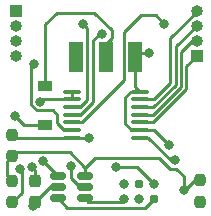
<source format=gbr>
%TF.GenerationSoftware,KiCad,Pcbnew,(6.0.0)*%
%TF.CreationDate,2022-01-30T23:08:43+01:00*%
%TF.ProjectId,TINYPLAY_PCB,54494e59-504c-4415-995f-5043422e6b69,rev?*%
%TF.SameCoordinates,Original*%
%TF.FileFunction,Copper,L1,Top*%
%TF.FilePolarity,Positive*%
%FSLAX46Y46*%
G04 Gerber Fmt 4.6, Leading zero omitted, Abs format (unit mm)*
G04 Created by KiCad (PCBNEW (6.0.0)) date 2022-01-30 23:08:43*
%MOMM*%
%LPD*%
G01*
G04 APERTURE LIST*
G04 Aperture macros list*
%AMRoundRect*
0 Rectangle with rounded corners*
0 $1 Rounding radius*
0 $2 $3 $4 $5 $6 $7 $8 $9 X,Y pos of 4 corners*
0 Add a 4 corners polygon primitive as box body*
4,1,4,$2,$3,$4,$5,$6,$7,$8,$9,$2,$3,0*
0 Add four circle primitives for the rounded corners*
1,1,$1+$1,$2,$3*
1,1,$1+$1,$4,$5*
1,1,$1+$1,$6,$7*
1,1,$1+$1,$8,$9*
0 Add four rect primitives between the rounded corners*
20,1,$1+$1,$2,$3,$4,$5,0*
20,1,$1+$1,$4,$5,$6,$7,0*
20,1,$1+$1,$6,$7,$8,$9,0*
20,1,$1+$1,$8,$9,$2,$3,0*%
G04 Aperture macros list end*
%TA.AperFunction,ConnectorPad*%
%ADD10C,0.787400*%
%TD*%
%TA.AperFunction,SMDPad,CuDef*%
%ADD11RoundRect,0.237500X-0.237500X0.250000X-0.237500X-0.250000X0.237500X-0.250000X0.237500X0.250000X0*%
%TD*%
%TA.AperFunction,ComponentPad*%
%ADD12R,1.000000X1.000000*%
%TD*%
%TA.AperFunction,ComponentPad*%
%ADD13O,1.000000X1.000000*%
%TD*%
%TA.AperFunction,SMDPad,CuDef*%
%ADD14RoundRect,0.150000X0.512500X0.150000X-0.512500X0.150000X-0.512500X-0.150000X0.512500X-0.150000X0*%
%TD*%
%TA.AperFunction,SMDPad,CuDef*%
%ADD15RoundRect,0.237500X0.237500X-0.250000X0.237500X0.250000X-0.237500X0.250000X-0.237500X-0.250000X0*%
%TD*%
%TA.AperFunction,SMDPad,CuDef*%
%ADD16RoundRect,0.100000X-0.637500X-0.100000X0.637500X-0.100000X0.637500X0.100000X-0.637500X0.100000X0*%
%TD*%
%TA.AperFunction,SMDPad,CuDef*%
%ADD17RoundRect,0.237500X0.237500X-0.300000X0.237500X0.300000X-0.237500X0.300000X-0.237500X-0.300000X0*%
%TD*%
%TA.AperFunction,SMDPad,CuDef*%
%ADD18R,1.250000X2.500000*%
%TD*%
%TA.AperFunction,SMDPad,CuDef*%
%ADD19R,1.200000X0.900000*%
%TD*%
%TA.AperFunction,ViaPad*%
%ADD20C,0.800000*%
%TD*%
%TA.AperFunction,Conductor*%
%ADD21C,0.250000*%
%TD*%
G04 APERTURE END LIST*
D10*
%TO.P,J1,1,Pin_1*%
%TO.N,/PB0*%
X90780000Y-46135000D03*
%TO.P,J1,2,Pin_2*%
%TO.N,VDD*%
X90780000Y-44865000D03*
%TO.P,J1,3,Pin_3*%
%TO.N,/PB1*%
X92050000Y-46135000D03*
%TO.P,J1,4,Pin_4*%
%TO.N,unconnected-(J1-Pad4)*%
X92050000Y-44865000D03*
%TO.P,J1,5,Pin_5*%
%TO.N,/PB3*%
X93320000Y-46135000D03*
%TO.P,J1,6,Pin_6*%
%TO.N,GND*%
X93320000Y-44865000D03*
%TD*%
D11*
%TO.P,R2,1*%
%TO.N,/PB1*%
X81300000Y-44587500D03*
%TO.P,R2,2*%
%TO.N,Net-(R2-Pad2)*%
X81300000Y-46412500D03*
%TD*%
D12*
%TO.P,J7,1,Pin_1*%
%TO.N,Net-(J7-Pad1)*%
X96900000Y-34000000D03*
D13*
%TO.P,J7,2,Pin_2*%
%TO.N,Net-(J7-Pad2)*%
X96900000Y-32730000D03*
%TO.P,J7,3,Pin_3*%
%TO.N,Net-(J7-Pad3)*%
X96900000Y-31460000D03*
%TO.P,J7,4,Pin_4*%
%TO.N,Net-(J7-Pad4)*%
X96900000Y-30190000D03*
%TD*%
D14*
%TO.P,U1,1,PB0*%
%TO.N,/PB0*%
X87437500Y-46100000D03*
%TO.P,U1,2,GND*%
%TO.N,GND*%
X87437500Y-45150000D03*
%TO.P,U1,3,PB1*%
%TO.N,/PB1*%
X87437500Y-44200000D03*
%TO.P,U1,4,PB2*%
%TO.N,/PB2*%
X85162500Y-44200000D03*
%TO.P,U1,5,VCC*%
%TO.N,VDD*%
X85162500Y-45150000D03*
%TO.P,U1,6,~{RESET}/PB3*%
%TO.N,/PB3*%
X85162500Y-46100000D03*
%TD*%
D15*
%TO.P,R3,1*%
%TO.N,/PB1*%
X81300000Y-42512500D03*
%TO.P,R3,2*%
%TO.N,GND*%
X81300000Y-40687500D03*
%TD*%
D16*
%TO.P,U2,1,DSA*%
%TO.N,/PB2*%
X86337500Y-37050000D03*
%TO.P,U2,2,DSB*%
X86337500Y-37700000D03*
%TO.P,U2,3,Q0*%
%TO.N,Net-(R4-Pad1)*%
X86337500Y-38350000D03*
%TO.P,U2,4,Q1*%
%TO.N,Net-(R5-Pad1)*%
X86337500Y-39000000D03*
%TO.P,U2,5,Q2*%
%TO.N,Net-(R6-Pad1)*%
X86337500Y-39650000D03*
%TO.P,U2,6,Q3*%
%TO.N,Net-(J6-Pad4)*%
X86337500Y-40300000D03*
%TO.P,U2,7,GND*%
%TO.N,GND*%
X86337500Y-40950000D03*
%TO.P,U2,8,CP*%
%TO.N,/PB0*%
X92062500Y-40950000D03*
%TO.P,U2,9,~{MR}*%
%TO.N,VDD*%
X92062500Y-40300000D03*
%TO.P,U2,10,Q4*%
%TO.N,Net-(J7-Pad1)*%
X92062500Y-39650000D03*
%TO.P,U2,11,Q5*%
%TO.N,Net-(J7-Pad2)*%
X92062500Y-39000000D03*
%TO.P,U2,12,Q6*%
%TO.N,Net-(J7-Pad3)*%
X92062500Y-38350000D03*
%TO.P,U2,13,Q7*%
%TO.N,Net-(J7-Pad4)*%
X92062500Y-37700000D03*
%TO.P,U2,14,VCC*%
%TO.N,VDD*%
X92062500Y-37050000D03*
%TD*%
D17*
%TO.P,C2,1*%
%TO.N,VDD*%
X83250000Y-46362500D03*
%TO.P,C2,2*%
%TO.N,GND*%
X83250000Y-44637500D03*
%TD*%
D12*
%TO.P,J6,1,Pin_1*%
%TO.N,Net-(J6-Pad1)*%
X81600000Y-30200000D03*
D13*
%TO.P,J6,2,Pin_2*%
%TO.N,Net-(J6-Pad2)*%
X81600000Y-31470000D03*
%TO.P,J6,3,Pin_3*%
%TO.N,Net-(J6-Pad3)*%
X81600000Y-32740000D03*
%TO.P,J6,4,Pin_4*%
%TO.N,Net-(J6-Pad4)*%
X81600000Y-34010000D03*
%TD*%
D11*
%TO.P,R1,1*%
%TO.N,/PB1*%
X97200000Y-44537500D03*
%TO.P,R1,2*%
%TO.N,Net-(R1-Pad2)*%
X97200000Y-46362500D03*
%TD*%
D18*
%TO.P,SW1,1,A*%
%TO.N,VDD*%
X91700000Y-34150000D03*
%TO.P,SW1,2,B*%
%TO.N,Net-(D1-Pad1)*%
X89200000Y-34150000D03*
%TO.P,SW1,3,C*%
%TO.N,unconnected-(SW1-Pad3)*%
X86700000Y-34150000D03*
%TD*%
D19*
%TO.P,D1,1,K*%
%TO.N,Net-(D1-Pad1)*%
X84100000Y-36550000D03*
%TO.P,D1,2,A*%
%TO.N,Net-(BT1-Pad1)*%
X84100000Y-39850000D03*
%TD*%
D20*
%TO.N,GND*%
X87800000Y-41000000D03*
X86262701Y-43337299D03*
X82950000Y-43400000D03*
X93320000Y-44865000D03*
X90050000Y-43424500D03*
%TO.N,Net-(BT1-Pad1)*%
X81550000Y-39150000D03*
%TO.N,/PB0*%
X90780000Y-46135000D03*
X95100000Y-42850000D03*
%TO.N,/PB1*%
X95800000Y-45400000D03*
X92050000Y-46150000D03*
%TO.N,Net-(J6-Pad4)*%
X83100000Y-34700000D03*
%TO.N,Net-(R1-Pad2)*%
X97200000Y-46450000D03*
%TO.N,Net-(R2-Pad2)*%
X81951231Y-43609904D03*
%TO.N,Net-(R4-Pad1)*%
X87250000Y-31300000D03*
%TO.N,Net-(R5-Pad1)*%
X88900000Y-32150000D03*
%TO.N,Net-(R6-Pad1)*%
X94150000Y-31300000D03*
%TO.N,/PB2*%
X83900000Y-42924500D03*
X83646049Y-37920172D03*
%TO.N,VDD*%
X94600000Y-41600000D03*
X92900000Y-33750000D03*
X90750000Y-44850000D03*
X83050000Y-46750000D03*
%TD*%
D21*
%TO.N,GND*%
X87437500Y-45150000D02*
X87053928Y-45150000D01*
X81562500Y-40950000D02*
X86337500Y-40950000D01*
X87053928Y-45150000D02*
X86262701Y-44358773D01*
X83250000Y-43700000D02*
X82950000Y-43400000D01*
X81300000Y-40687500D02*
X81562500Y-40950000D01*
X87800000Y-41000000D02*
X87750000Y-40950000D01*
X91879500Y-43424500D02*
X90050000Y-43424500D01*
X86262701Y-44358773D02*
X86262701Y-43337299D01*
X87750000Y-40950000D02*
X86337500Y-40950000D01*
X93320000Y-44865000D02*
X91879500Y-43424500D01*
X83250000Y-44637500D02*
X83250000Y-43700000D01*
X93320000Y-44880000D02*
X93320000Y-44865000D01*
%TO.N,Net-(D1-Pad1)*%
X84100000Y-36550000D02*
X84100000Y-31350000D01*
X88250000Y-30400000D02*
X89700000Y-31850000D01*
X89700000Y-32500000D02*
X89200000Y-33000000D01*
X89700000Y-31850000D02*
X89700000Y-32500000D01*
X84100000Y-31350000D02*
X85050000Y-30400000D01*
X85050000Y-30400000D02*
X88250000Y-30400000D01*
X89200000Y-33000000D02*
X89200000Y-34150000D01*
%TO.N,Net-(BT1-Pad1)*%
X82250000Y-39850000D02*
X84100000Y-39850000D01*
X81550000Y-39150000D02*
X82250000Y-39850000D01*
%TO.N,/PB0*%
X92800000Y-40950000D02*
X92062500Y-40950000D01*
X94700000Y-42850000D02*
X92800000Y-40950000D01*
X95100000Y-42850000D02*
X94700000Y-42850000D01*
X87707321Y-46369821D02*
X90545179Y-46369821D01*
X90545179Y-46369821D02*
X90780000Y-46135000D01*
X87437500Y-46100000D02*
X87707321Y-46369821D01*
%TO.N,/PB1*%
X95800000Y-45400000D02*
X95800000Y-44200000D01*
X80800000Y-43012500D02*
X81300000Y-42512500D01*
X95800000Y-45400000D02*
X95900000Y-45400000D01*
X95800000Y-44200000D02*
X95174511Y-43574511D01*
X80800000Y-44087500D02*
X80800000Y-43012500D01*
X88300000Y-42700000D02*
X87437500Y-43562500D01*
X95174511Y-43574511D02*
X94624511Y-43574511D01*
X95900000Y-45400000D02*
X96762500Y-44537500D01*
X87437500Y-43562500D02*
X87437500Y-44200000D01*
X87437500Y-44200000D02*
X87437500Y-43487500D01*
X87437500Y-43487500D02*
X86150000Y-42200000D01*
X94624511Y-43574511D02*
X93750000Y-42700000D01*
X93750000Y-42700000D02*
X88300000Y-42700000D01*
X81612500Y-42200000D02*
X81300000Y-42512500D01*
X97187500Y-44550000D02*
X97200000Y-44537500D01*
X81300000Y-44587500D02*
X80800000Y-44087500D01*
X86150000Y-42200000D02*
X81612500Y-42200000D01*
X96762500Y-44537500D02*
X97200000Y-44537500D01*
%TO.N,/PB3*%
X85962500Y-46900000D02*
X92555000Y-46900000D01*
X85162500Y-46100000D02*
X85962500Y-46900000D01*
X92555000Y-46900000D02*
X93320000Y-46135000D01*
%TO.N,Net-(J6-Pad4)*%
X85649639Y-40300000D02*
X85100000Y-39750361D01*
X82900000Y-34900000D02*
X83100000Y-34700000D01*
X82900000Y-38198737D02*
X82900000Y-34900000D01*
X86337500Y-40300000D02*
X85649639Y-40300000D01*
X83345946Y-38644683D02*
X82900000Y-38198737D01*
X85100000Y-39000000D02*
X84744683Y-38644683D01*
X85100000Y-39750361D02*
X85100000Y-39000000D01*
X84744683Y-38644683D02*
X83345946Y-38644683D01*
%TO.N,Net-(J7-Pad1)*%
X93214282Y-39650000D02*
X96025489Y-36838793D01*
X96025489Y-34874511D02*
X96900000Y-34000000D01*
X96025489Y-36838793D02*
X96025489Y-34874511D01*
X92062500Y-39650000D02*
X93214282Y-39650000D01*
%TO.N,Net-(J7-Pad2)*%
X92062500Y-39000000D02*
X93228564Y-39000000D01*
X96520978Y-32730000D02*
X96900000Y-32730000D01*
X93228564Y-39000000D02*
X95575969Y-36652595D01*
X95575969Y-33675009D02*
X96520978Y-32730000D01*
X95575969Y-36652595D02*
X95575969Y-33675009D01*
%TO.N,Net-(J7-Pad3)*%
X95126449Y-33233551D02*
X96900000Y-31460000D01*
X92062500Y-38350000D02*
X93242846Y-38350000D01*
X95126449Y-36466397D02*
X95126449Y-33233551D01*
X93242846Y-38350000D02*
X95126449Y-36466397D01*
%TO.N,Net-(J7-Pad4)*%
X92062500Y-37700000D02*
X93257128Y-37700000D01*
X94650000Y-32543964D02*
X96900000Y-30293964D01*
X94650000Y-36307128D02*
X94650000Y-32543964D01*
X93257128Y-37700000D02*
X94650000Y-36307128D01*
X96900000Y-30293964D02*
X96900000Y-30190000D01*
%TO.N,Net-(R1-Pad2)*%
X97200000Y-46362500D02*
X97200000Y-46450000D01*
%TO.N,Net-(R2-Pad2)*%
X82099520Y-43758193D02*
X81951231Y-43609904D01*
X81300000Y-46412500D02*
X82099520Y-45612980D01*
X82099520Y-45612980D02*
X82099520Y-43758193D01*
%TO.N,Net-(R4-Pad1)*%
X87649511Y-37725850D02*
X87649511Y-31699511D01*
X87649511Y-31699511D02*
X87250000Y-31300000D01*
X87025361Y-38350000D02*
X87649511Y-37725850D01*
X86337500Y-38350000D02*
X87025361Y-38350000D01*
%TO.N,Net-(R5-Pad1)*%
X88099031Y-37950969D02*
X87050000Y-39000000D01*
X87050000Y-39000000D02*
X86337500Y-39000000D01*
X88675978Y-32150000D02*
X88099031Y-32726947D01*
X88099031Y-32726947D02*
X88099031Y-37950969D01*
X88900000Y-32150000D02*
X88675978Y-32150000D01*
%TO.N,Net-(R6-Pad1)*%
X90750489Y-32049511D02*
X92224521Y-30575479D01*
X92224521Y-30575479D02*
X93425479Y-30575479D01*
X87150000Y-39650000D02*
X90750489Y-36049511D01*
X86337500Y-39650000D02*
X87150000Y-39650000D01*
X90750489Y-36049511D02*
X90750489Y-32049511D01*
X93425479Y-30575479D02*
X94150000Y-31300000D01*
%TO.N,/PB2*%
X83900000Y-42937500D02*
X85162500Y-44200000D01*
X86337500Y-37700000D02*
X86337500Y-37050000D01*
X83646049Y-37920172D02*
X83866221Y-37700000D01*
X83900000Y-42924500D02*
X83900000Y-42937500D01*
X83866221Y-37700000D02*
X86337500Y-37700000D01*
%TO.N,VDD*%
X92062500Y-40300000D02*
X93300000Y-40300000D01*
X91300000Y-37050000D02*
X92062500Y-37050000D01*
X91350000Y-40300000D02*
X90800000Y-39750000D01*
X84462500Y-45150000D02*
X85162500Y-45150000D01*
X93300000Y-40300000D02*
X94600000Y-41600000D01*
X92900000Y-33750000D02*
X92100000Y-33750000D01*
X90800000Y-37550000D02*
X91300000Y-37050000D01*
X90800000Y-39750000D02*
X90800000Y-37550000D01*
X92037500Y-34487500D02*
X91700000Y-34150000D01*
X83050000Y-46562500D02*
X83250000Y-46362500D01*
X92062500Y-40300000D02*
X91350000Y-40300000D01*
X92062500Y-37050000D02*
X91700000Y-36687500D01*
X83250000Y-46362500D02*
X84462500Y-45150000D01*
X83050000Y-46750000D02*
X83050000Y-46562500D01*
X92100000Y-33750000D02*
X91700000Y-34150000D01*
X91700000Y-36687500D02*
X91700000Y-34150000D01*
%TD*%
M02*

</source>
